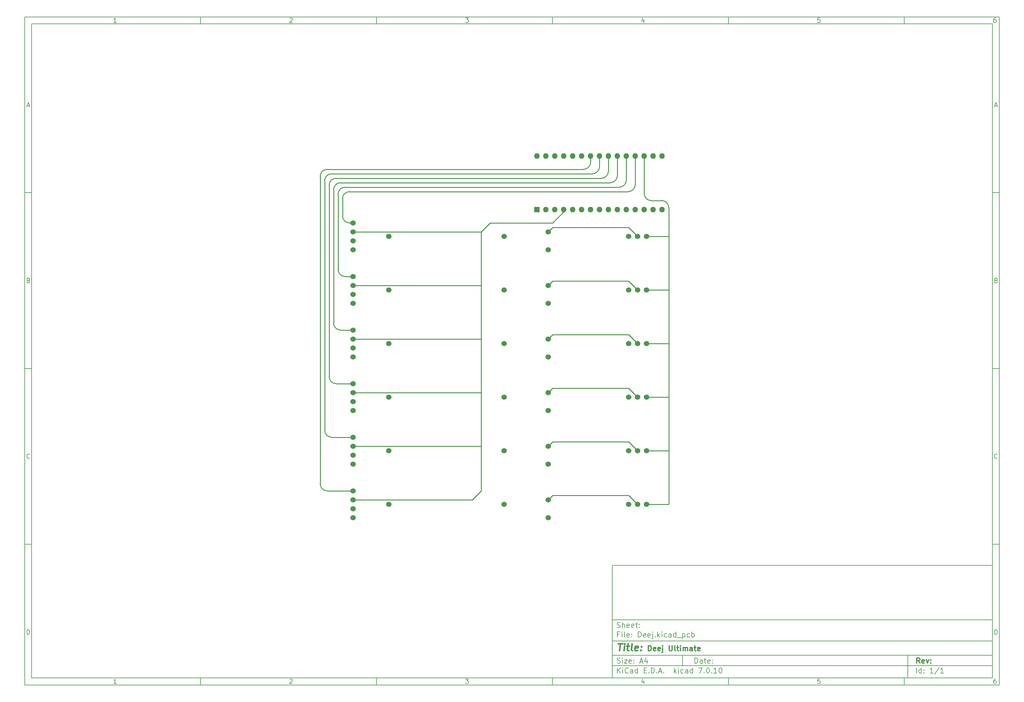
<source format=gbr>
%TF.GenerationSoftware,KiCad,Pcbnew,7.0.10*%
%TF.CreationDate,2024-01-20T21:13:39+08:00*%
%TF.ProjectId,Deej,4465656a-2e6b-4696-9361-645f70636258,rev?*%
%TF.SameCoordinates,Original*%
%TF.FileFunction,Copper,L1,Top*%
%TF.FilePolarity,Positive*%
%FSLAX46Y46*%
G04 Gerber Fmt 4.6, Leading zero omitted, Abs format (unit mm)*
G04 Created by KiCad (PCBNEW 7.0.10) date 2024-01-20 21:13:39*
%MOMM*%
%LPD*%
G01*
G04 APERTURE LIST*
%ADD10C,0.100000*%
%ADD11C,0.150000*%
%ADD12C,0.300000*%
%ADD13C,0.400000*%
%TA.AperFunction,NonConductor*%
%ADD14C,0.300000*%
%TD*%
%TA.AperFunction,ComponentPad*%
%ADD15C,1.524000*%
%TD*%
%TA.AperFunction,ComponentPad*%
%ADD16R,1.600000X1.600000*%
%TD*%
%TA.AperFunction,ComponentPad*%
%ADD17O,1.600000X1.600000*%
%TD*%
%TA.AperFunction,Conductor*%
%ADD18C,0.250000*%
%TD*%
G04 APERTURE END LIST*
D10*
D11*
X177002200Y-166007200D02*
X285002200Y-166007200D01*
X285002200Y-198007200D01*
X177002200Y-198007200D01*
X177002200Y-166007200D01*
D10*
D11*
X10000000Y-10000000D02*
X287002200Y-10000000D01*
X287002200Y-200007200D01*
X10000000Y-200007200D01*
X10000000Y-10000000D01*
D10*
D11*
X12000000Y-12000000D02*
X285002200Y-12000000D01*
X285002200Y-198007200D01*
X12000000Y-198007200D01*
X12000000Y-12000000D01*
D10*
D11*
X60000000Y-12000000D02*
X60000000Y-10000000D01*
D10*
D11*
X110000000Y-12000000D02*
X110000000Y-10000000D01*
D10*
D11*
X160000000Y-12000000D02*
X160000000Y-10000000D01*
D10*
D11*
X210000000Y-12000000D02*
X210000000Y-10000000D01*
D10*
D11*
X260000000Y-12000000D02*
X260000000Y-10000000D01*
D10*
D11*
X36089160Y-11593604D02*
X35346303Y-11593604D01*
X35717731Y-11593604D02*
X35717731Y-10293604D01*
X35717731Y-10293604D02*
X35593922Y-10479319D01*
X35593922Y-10479319D02*
X35470112Y-10603128D01*
X35470112Y-10603128D02*
X35346303Y-10665033D01*
D10*
D11*
X85346303Y-10417414D02*
X85408207Y-10355509D01*
X85408207Y-10355509D02*
X85532017Y-10293604D01*
X85532017Y-10293604D02*
X85841541Y-10293604D01*
X85841541Y-10293604D02*
X85965350Y-10355509D01*
X85965350Y-10355509D02*
X86027255Y-10417414D01*
X86027255Y-10417414D02*
X86089160Y-10541223D01*
X86089160Y-10541223D02*
X86089160Y-10665033D01*
X86089160Y-10665033D02*
X86027255Y-10850747D01*
X86027255Y-10850747D02*
X85284398Y-11593604D01*
X85284398Y-11593604D02*
X86089160Y-11593604D01*
D10*
D11*
X135284398Y-10293604D02*
X136089160Y-10293604D01*
X136089160Y-10293604D02*
X135655826Y-10788842D01*
X135655826Y-10788842D02*
X135841541Y-10788842D01*
X135841541Y-10788842D02*
X135965350Y-10850747D01*
X135965350Y-10850747D02*
X136027255Y-10912652D01*
X136027255Y-10912652D02*
X136089160Y-11036461D01*
X136089160Y-11036461D02*
X136089160Y-11345985D01*
X136089160Y-11345985D02*
X136027255Y-11469795D01*
X136027255Y-11469795D02*
X135965350Y-11531700D01*
X135965350Y-11531700D02*
X135841541Y-11593604D01*
X135841541Y-11593604D02*
X135470112Y-11593604D01*
X135470112Y-11593604D02*
X135346303Y-11531700D01*
X135346303Y-11531700D02*
X135284398Y-11469795D01*
D10*
D11*
X185965350Y-10726938D02*
X185965350Y-11593604D01*
X185655826Y-10231700D02*
X185346303Y-11160271D01*
X185346303Y-11160271D02*
X186151064Y-11160271D01*
D10*
D11*
X236027255Y-10293604D02*
X235408207Y-10293604D01*
X235408207Y-10293604D02*
X235346303Y-10912652D01*
X235346303Y-10912652D02*
X235408207Y-10850747D01*
X235408207Y-10850747D02*
X235532017Y-10788842D01*
X235532017Y-10788842D02*
X235841541Y-10788842D01*
X235841541Y-10788842D02*
X235965350Y-10850747D01*
X235965350Y-10850747D02*
X236027255Y-10912652D01*
X236027255Y-10912652D02*
X236089160Y-11036461D01*
X236089160Y-11036461D02*
X236089160Y-11345985D01*
X236089160Y-11345985D02*
X236027255Y-11469795D01*
X236027255Y-11469795D02*
X235965350Y-11531700D01*
X235965350Y-11531700D02*
X235841541Y-11593604D01*
X235841541Y-11593604D02*
X235532017Y-11593604D01*
X235532017Y-11593604D02*
X235408207Y-11531700D01*
X235408207Y-11531700D02*
X235346303Y-11469795D01*
D10*
D11*
X285965350Y-10293604D02*
X285717731Y-10293604D01*
X285717731Y-10293604D02*
X285593922Y-10355509D01*
X285593922Y-10355509D02*
X285532017Y-10417414D01*
X285532017Y-10417414D02*
X285408207Y-10603128D01*
X285408207Y-10603128D02*
X285346303Y-10850747D01*
X285346303Y-10850747D02*
X285346303Y-11345985D01*
X285346303Y-11345985D02*
X285408207Y-11469795D01*
X285408207Y-11469795D02*
X285470112Y-11531700D01*
X285470112Y-11531700D02*
X285593922Y-11593604D01*
X285593922Y-11593604D02*
X285841541Y-11593604D01*
X285841541Y-11593604D02*
X285965350Y-11531700D01*
X285965350Y-11531700D02*
X286027255Y-11469795D01*
X286027255Y-11469795D02*
X286089160Y-11345985D01*
X286089160Y-11345985D02*
X286089160Y-11036461D01*
X286089160Y-11036461D02*
X286027255Y-10912652D01*
X286027255Y-10912652D02*
X285965350Y-10850747D01*
X285965350Y-10850747D02*
X285841541Y-10788842D01*
X285841541Y-10788842D02*
X285593922Y-10788842D01*
X285593922Y-10788842D02*
X285470112Y-10850747D01*
X285470112Y-10850747D02*
X285408207Y-10912652D01*
X285408207Y-10912652D02*
X285346303Y-11036461D01*
D10*
D11*
X60000000Y-198007200D02*
X60000000Y-200007200D01*
D10*
D11*
X110000000Y-198007200D02*
X110000000Y-200007200D01*
D10*
D11*
X160000000Y-198007200D02*
X160000000Y-200007200D01*
D10*
D11*
X210000000Y-198007200D02*
X210000000Y-200007200D01*
D10*
D11*
X260000000Y-198007200D02*
X260000000Y-200007200D01*
D10*
D11*
X36089160Y-199600804D02*
X35346303Y-199600804D01*
X35717731Y-199600804D02*
X35717731Y-198300804D01*
X35717731Y-198300804D02*
X35593922Y-198486519D01*
X35593922Y-198486519D02*
X35470112Y-198610328D01*
X35470112Y-198610328D02*
X35346303Y-198672233D01*
D10*
D11*
X85346303Y-198424614D02*
X85408207Y-198362709D01*
X85408207Y-198362709D02*
X85532017Y-198300804D01*
X85532017Y-198300804D02*
X85841541Y-198300804D01*
X85841541Y-198300804D02*
X85965350Y-198362709D01*
X85965350Y-198362709D02*
X86027255Y-198424614D01*
X86027255Y-198424614D02*
X86089160Y-198548423D01*
X86089160Y-198548423D02*
X86089160Y-198672233D01*
X86089160Y-198672233D02*
X86027255Y-198857947D01*
X86027255Y-198857947D02*
X85284398Y-199600804D01*
X85284398Y-199600804D02*
X86089160Y-199600804D01*
D10*
D11*
X135284398Y-198300804D02*
X136089160Y-198300804D01*
X136089160Y-198300804D02*
X135655826Y-198796042D01*
X135655826Y-198796042D02*
X135841541Y-198796042D01*
X135841541Y-198796042D02*
X135965350Y-198857947D01*
X135965350Y-198857947D02*
X136027255Y-198919852D01*
X136027255Y-198919852D02*
X136089160Y-199043661D01*
X136089160Y-199043661D02*
X136089160Y-199353185D01*
X136089160Y-199353185D02*
X136027255Y-199476995D01*
X136027255Y-199476995D02*
X135965350Y-199538900D01*
X135965350Y-199538900D02*
X135841541Y-199600804D01*
X135841541Y-199600804D02*
X135470112Y-199600804D01*
X135470112Y-199600804D02*
X135346303Y-199538900D01*
X135346303Y-199538900D02*
X135284398Y-199476995D01*
D10*
D11*
X185965350Y-198734138D02*
X185965350Y-199600804D01*
X185655826Y-198238900D02*
X185346303Y-199167471D01*
X185346303Y-199167471D02*
X186151064Y-199167471D01*
D10*
D11*
X236027255Y-198300804D02*
X235408207Y-198300804D01*
X235408207Y-198300804D02*
X235346303Y-198919852D01*
X235346303Y-198919852D02*
X235408207Y-198857947D01*
X235408207Y-198857947D02*
X235532017Y-198796042D01*
X235532017Y-198796042D02*
X235841541Y-198796042D01*
X235841541Y-198796042D02*
X235965350Y-198857947D01*
X235965350Y-198857947D02*
X236027255Y-198919852D01*
X236027255Y-198919852D02*
X236089160Y-199043661D01*
X236089160Y-199043661D02*
X236089160Y-199353185D01*
X236089160Y-199353185D02*
X236027255Y-199476995D01*
X236027255Y-199476995D02*
X235965350Y-199538900D01*
X235965350Y-199538900D02*
X235841541Y-199600804D01*
X235841541Y-199600804D02*
X235532017Y-199600804D01*
X235532017Y-199600804D02*
X235408207Y-199538900D01*
X235408207Y-199538900D02*
X235346303Y-199476995D01*
D10*
D11*
X285965350Y-198300804D02*
X285717731Y-198300804D01*
X285717731Y-198300804D02*
X285593922Y-198362709D01*
X285593922Y-198362709D02*
X285532017Y-198424614D01*
X285532017Y-198424614D02*
X285408207Y-198610328D01*
X285408207Y-198610328D02*
X285346303Y-198857947D01*
X285346303Y-198857947D02*
X285346303Y-199353185D01*
X285346303Y-199353185D02*
X285408207Y-199476995D01*
X285408207Y-199476995D02*
X285470112Y-199538900D01*
X285470112Y-199538900D02*
X285593922Y-199600804D01*
X285593922Y-199600804D02*
X285841541Y-199600804D01*
X285841541Y-199600804D02*
X285965350Y-199538900D01*
X285965350Y-199538900D02*
X286027255Y-199476995D01*
X286027255Y-199476995D02*
X286089160Y-199353185D01*
X286089160Y-199353185D02*
X286089160Y-199043661D01*
X286089160Y-199043661D02*
X286027255Y-198919852D01*
X286027255Y-198919852D02*
X285965350Y-198857947D01*
X285965350Y-198857947D02*
X285841541Y-198796042D01*
X285841541Y-198796042D02*
X285593922Y-198796042D01*
X285593922Y-198796042D02*
X285470112Y-198857947D01*
X285470112Y-198857947D02*
X285408207Y-198919852D01*
X285408207Y-198919852D02*
X285346303Y-199043661D01*
D10*
D11*
X10000000Y-60000000D02*
X12000000Y-60000000D01*
D10*
D11*
X10000000Y-110000000D02*
X12000000Y-110000000D01*
D10*
D11*
X10000000Y-160000000D02*
X12000000Y-160000000D01*
D10*
D11*
X10690476Y-35222176D02*
X11309523Y-35222176D01*
X10566666Y-35593604D02*
X10999999Y-34293604D01*
X10999999Y-34293604D02*
X11433333Y-35593604D01*
D10*
D11*
X11092857Y-84912652D02*
X11278571Y-84974557D01*
X11278571Y-84974557D02*
X11340476Y-85036461D01*
X11340476Y-85036461D02*
X11402380Y-85160271D01*
X11402380Y-85160271D02*
X11402380Y-85345985D01*
X11402380Y-85345985D02*
X11340476Y-85469795D01*
X11340476Y-85469795D02*
X11278571Y-85531700D01*
X11278571Y-85531700D02*
X11154761Y-85593604D01*
X11154761Y-85593604D02*
X10659523Y-85593604D01*
X10659523Y-85593604D02*
X10659523Y-84293604D01*
X10659523Y-84293604D02*
X11092857Y-84293604D01*
X11092857Y-84293604D02*
X11216666Y-84355509D01*
X11216666Y-84355509D02*
X11278571Y-84417414D01*
X11278571Y-84417414D02*
X11340476Y-84541223D01*
X11340476Y-84541223D02*
X11340476Y-84665033D01*
X11340476Y-84665033D02*
X11278571Y-84788842D01*
X11278571Y-84788842D02*
X11216666Y-84850747D01*
X11216666Y-84850747D02*
X11092857Y-84912652D01*
X11092857Y-84912652D02*
X10659523Y-84912652D01*
D10*
D11*
X11402380Y-135469795D02*
X11340476Y-135531700D01*
X11340476Y-135531700D02*
X11154761Y-135593604D01*
X11154761Y-135593604D02*
X11030952Y-135593604D01*
X11030952Y-135593604D02*
X10845238Y-135531700D01*
X10845238Y-135531700D02*
X10721428Y-135407890D01*
X10721428Y-135407890D02*
X10659523Y-135284080D01*
X10659523Y-135284080D02*
X10597619Y-135036461D01*
X10597619Y-135036461D02*
X10597619Y-134850747D01*
X10597619Y-134850747D02*
X10659523Y-134603128D01*
X10659523Y-134603128D02*
X10721428Y-134479319D01*
X10721428Y-134479319D02*
X10845238Y-134355509D01*
X10845238Y-134355509D02*
X11030952Y-134293604D01*
X11030952Y-134293604D02*
X11154761Y-134293604D01*
X11154761Y-134293604D02*
X11340476Y-134355509D01*
X11340476Y-134355509D02*
X11402380Y-134417414D01*
D10*
D11*
X10659523Y-185593604D02*
X10659523Y-184293604D01*
X10659523Y-184293604D02*
X10969047Y-184293604D01*
X10969047Y-184293604D02*
X11154761Y-184355509D01*
X11154761Y-184355509D02*
X11278571Y-184479319D01*
X11278571Y-184479319D02*
X11340476Y-184603128D01*
X11340476Y-184603128D02*
X11402380Y-184850747D01*
X11402380Y-184850747D02*
X11402380Y-185036461D01*
X11402380Y-185036461D02*
X11340476Y-185284080D01*
X11340476Y-185284080D02*
X11278571Y-185407890D01*
X11278571Y-185407890D02*
X11154761Y-185531700D01*
X11154761Y-185531700D02*
X10969047Y-185593604D01*
X10969047Y-185593604D02*
X10659523Y-185593604D01*
D10*
D11*
X287002200Y-60000000D02*
X285002200Y-60000000D01*
D10*
D11*
X287002200Y-110000000D02*
X285002200Y-110000000D01*
D10*
D11*
X287002200Y-160000000D02*
X285002200Y-160000000D01*
D10*
D11*
X285692676Y-35222176D02*
X286311723Y-35222176D01*
X285568866Y-35593604D02*
X286002199Y-34293604D01*
X286002199Y-34293604D02*
X286435533Y-35593604D01*
D10*
D11*
X286095057Y-84912652D02*
X286280771Y-84974557D01*
X286280771Y-84974557D02*
X286342676Y-85036461D01*
X286342676Y-85036461D02*
X286404580Y-85160271D01*
X286404580Y-85160271D02*
X286404580Y-85345985D01*
X286404580Y-85345985D02*
X286342676Y-85469795D01*
X286342676Y-85469795D02*
X286280771Y-85531700D01*
X286280771Y-85531700D02*
X286156961Y-85593604D01*
X286156961Y-85593604D02*
X285661723Y-85593604D01*
X285661723Y-85593604D02*
X285661723Y-84293604D01*
X285661723Y-84293604D02*
X286095057Y-84293604D01*
X286095057Y-84293604D02*
X286218866Y-84355509D01*
X286218866Y-84355509D02*
X286280771Y-84417414D01*
X286280771Y-84417414D02*
X286342676Y-84541223D01*
X286342676Y-84541223D02*
X286342676Y-84665033D01*
X286342676Y-84665033D02*
X286280771Y-84788842D01*
X286280771Y-84788842D02*
X286218866Y-84850747D01*
X286218866Y-84850747D02*
X286095057Y-84912652D01*
X286095057Y-84912652D02*
X285661723Y-84912652D01*
D10*
D11*
X286404580Y-135469795D02*
X286342676Y-135531700D01*
X286342676Y-135531700D02*
X286156961Y-135593604D01*
X286156961Y-135593604D02*
X286033152Y-135593604D01*
X286033152Y-135593604D02*
X285847438Y-135531700D01*
X285847438Y-135531700D02*
X285723628Y-135407890D01*
X285723628Y-135407890D02*
X285661723Y-135284080D01*
X285661723Y-135284080D02*
X285599819Y-135036461D01*
X285599819Y-135036461D02*
X285599819Y-134850747D01*
X285599819Y-134850747D02*
X285661723Y-134603128D01*
X285661723Y-134603128D02*
X285723628Y-134479319D01*
X285723628Y-134479319D02*
X285847438Y-134355509D01*
X285847438Y-134355509D02*
X286033152Y-134293604D01*
X286033152Y-134293604D02*
X286156961Y-134293604D01*
X286156961Y-134293604D02*
X286342676Y-134355509D01*
X286342676Y-134355509D02*
X286404580Y-134417414D01*
D10*
D11*
X285661723Y-185593604D02*
X285661723Y-184293604D01*
X285661723Y-184293604D02*
X285971247Y-184293604D01*
X285971247Y-184293604D02*
X286156961Y-184355509D01*
X286156961Y-184355509D02*
X286280771Y-184479319D01*
X286280771Y-184479319D02*
X286342676Y-184603128D01*
X286342676Y-184603128D02*
X286404580Y-184850747D01*
X286404580Y-184850747D02*
X286404580Y-185036461D01*
X286404580Y-185036461D02*
X286342676Y-185284080D01*
X286342676Y-185284080D02*
X286280771Y-185407890D01*
X286280771Y-185407890D02*
X286156961Y-185531700D01*
X286156961Y-185531700D02*
X285971247Y-185593604D01*
X285971247Y-185593604D02*
X285661723Y-185593604D01*
D10*
D11*
X200458026Y-193793328D02*
X200458026Y-192293328D01*
X200458026Y-192293328D02*
X200815169Y-192293328D01*
X200815169Y-192293328D02*
X201029455Y-192364757D01*
X201029455Y-192364757D02*
X201172312Y-192507614D01*
X201172312Y-192507614D02*
X201243741Y-192650471D01*
X201243741Y-192650471D02*
X201315169Y-192936185D01*
X201315169Y-192936185D02*
X201315169Y-193150471D01*
X201315169Y-193150471D02*
X201243741Y-193436185D01*
X201243741Y-193436185D02*
X201172312Y-193579042D01*
X201172312Y-193579042D02*
X201029455Y-193721900D01*
X201029455Y-193721900D02*
X200815169Y-193793328D01*
X200815169Y-193793328D02*
X200458026Y-193793328D01*
X202600884Y-193793328D02*
X202600884Y-193007614D01*
X202600884Y-193007614D02*
X202529455Y-192864757D01*
X202529455Y-192864757D02*
X202386598Y-192793328D01*
X202386598Y-192793328D02*
X202100884Y-192793328D01*
X202100884Y-192793328D02*
X201958026Y-192864757D01*
X202600884Y-193721900D02*
X202458026Y-193793328D01*
X202458026Y-193793328D02*
X202100884Y-193793328D01*
X202100884Y-193793328D02*
X201958026Y-193721900D01*
X201958026Y-193721900D02*
X201886598Y-193579042D01*
X201886598Y-193579042D02*
X201886598Y-193436185D01*
X201886598Y-193436185D02*
X201958026Y-193293328D01*
X201958026Y-193293328D02*
X202100884Y-193221900D01*
X202100884Y-193221900D02*
X202458026Y-193221900D01*
X202458026Y-193221900D02*
X202600884Y-193150471D01*
X203100884Y-192793328D02*
X203672312Y-192793328D01*
X203315169Y-192293328D02*
X203315169Y-193579042D01*
X203315169Y-193579042D02*
X203386598Y-193721900D01*
X203386598Y-193721900D02*
X203529455Y-193793328D01*
X203529455Y-193793328D02*
X203672312Y-193793328D01*
X204743741Y-193721900D02*
X204600884Y-193793328D01*
X204600884Y-193793328D02*
X204315170Y-193793328D01*
X204315170Y-193793328D02*
X204172312Y-193721900D01*
X204172312Y-193721900D02*
X204100884Y-193579042D01*
X204100884Y-193579042D02*
X204100884Y-193007614D01*
X204100884Y-193007614D02*
X204172312Y-192864757D01*
X204172312Y-192864757D02*
X204315170Y-192793328D01*
X204315170Y-192793328D02*
X204600884Y-192793328D01*
X204600884Y-192793328D02*
X204743741Y-192864757D01*
X204743741Y-192864757D02*
X204815170Y-193007614D01*
X204815170Y-193007614D02*
X204815170Y-193150471D01*
X204815170Y-193150471D02*
X204100884Y-193293328D01*
X205458026Y-193650471D02*
X205529455Y-193721900D01*
X205529455Y-193721900D02*
X205458026Y-193793328D01*
X205458026Y-193793328D02*
X205386598Y-193721900D01*
X205386598Y-193721900D02*
X205458026Y-193650471D01*
X205458026Y-193650471D02*
X205458026Y-193793328D01*
X205458026Y-192864757D02*
X205529455Y-192936185D01*
X205529455Y-192936185D02*
X205458026Y-193007614D01*
X205458026Y-193007614D02*
X205386598Y-192936185D01*
X205386598Y-192936185D02*
X205458026Y-192864757D01*
X205458026Y-192864757D02*
X205458026Y-193007614D01*
D10*
D11*
X177002200Y-194507200D02*
X285002200Y-194507200D01*
D10*
D11*
X178458026Y-196593328D02*
X178458026Y-195093328D01*
X179315169Y-196593328D02*
X178672312Y-195736185D01*
X179315169Y-195093328D02*
X178458026Y-195950471D01*
X179958026Y-196593328D02*
X179958026Y-195593328D01*
X179958026Y-195093328D02*
X179886598Y-195164757D01*
X179886598Y-195164757D02*
X179958026Y-195236185D01*
X179958026Y-195236185D02*
X180029455Y-195164757D01*
X180029455Y-195164757D02*
X179958026Y-195093328D01*
X179958026Y-195093328D02*
X179958026Y-195236185D01*
X181529455Y-196450471D02*
X181458027Y-196521900D01*
X181458027Y-196521900D02*
X181243741Y-196593328D01*
X181243741Y-196593328D02*
X181100884Y-196593328D01*
X181100884Y-196593328D02*
X180886598Y-196521900D01*
X180886598Y-196521900D02*
X180743741Y-196379042D01*
X180743741Y-196379042D02*
X180672312Y-196236185D01*
X180672312Y-196236185D02*
X180600884Y-195950471D01*
X180600884Y-195950471D02*
X180600884Y-195736185D01*
X180600884Y-195736185D02*
X180672312Y-195450471D01*
X180672312Y-195450471D02*
X180743741Y-195307614D01*
X180743741Y-195307614D02*
X180886598Y-195164757D01*
X180886598Y-195164757D02*
X181100884Y-195093328D01*
X181100884Y-195093328D02*
X181243741Y-195093328D01*
X181243741Y-195093328D02*
X181458027Y-195164757D01*
X181458027Y-195164757D02*
X181529455Y-195236185D01*
X182815170Y-196593328D02*
X182815170Y-195807614D01*
X182815170Y-195807614D02*
X182743741Y-195664757D01*
X182743741Y-195664757D02*
X182600884Y-195593328D01*
X182600884Y-195593328D02*
X182315170Y-195593328D01*
X182315170Y-195593328D02*
X182172312Y-195664757D01*
X182815170Y-196521900D02*
X182672312Y-196593328D01*
X182672312Y-196593328D02*
X182315170Y-196593328D01*
X182315170Y-196593328D02*
X182172312Y-196521900D01*
X182172312Y-196521900D02*
X182100884Y-196379042D01*
X182100884Y-196379042D02*
X182100884Y-196236185D01*
X182100884Y-196236185D02*
X182172312Y-196093328D01*
X182172312Y-196093328D02*
X182315170Y-196021900D01*
X182315170Y-196021900D02*
X182672312Y-196021900D01*
X182672312Y-196021900D02*
X182815170Y-195950471D01*
X184172313Y-196593328D02*
X184172313Y-195093328D01*
X184172313Y-196521900D02*
X184029455Y-196593328D01*
X184029455Y-196593328D02*
X183743741Y-196593328D01*
X183743741Y-196593328D02*
X183600884Y-196521900D01*
X183600884Y-196521900D02*
X183529455Y-196450471D01*
X183529455Y-196450471D02*
X183458027Y-196307614D01*
X183458027Y-196307614D02*
X183458027Y-195879042D01*
X183458027Y-195879042D02*
X183529455Y-195736185D01*
X183529455Y-195736185D02*
X183600884Y-195664757D01*
X183600884Y-195664757D02*
X183743741Y-195593328D01*
X183743741Y-195593328D02*
X184029455Y-195593328D01*
X184029455Y-195593328D02*
X184172313Y-195664757D01*
X186029455Y-195807614D02*
X186529455Y-195807614D01*
X186743741Y-196593328D02*
X186029455Y-196593328D01*
X186029455Y-196593328D02*
X186029455Y-195093328D01*
X186029455Y-195093328D02*
X186743741Y-195093328D01*
X187386598Y-196450471D02*
X187458027Y-196521900D01*
X187458027Y-196521900D02*
X187386598Y-196593328D01*
X187386598Y-196593328D02*
X187315170Y-196521900D01*
X187315170Y-196521900D02*
X187386598Y-196450471D01*
X187386598Y-196450471D02*
X187386598Y-196593328D01*
X188100884Y-196593328D02*
X188100884Y-195093328D01*
X188100884Y-195093328D02*
X188458027Y-195093328D01*
X188458027Y-195093328D02*
X188672313Y-195164757D01*
X188672313Y-195164757D02*
X188815170Y-195307614D01*
X188815170Y-195307614D02*
X188886599Y-195450471D01*
X188886599Y-195450471D02*
X188958027Y-195736185D01*
X188958027Y-195736185D02*
X188958027Y-195950471D01*
X188958027Y-195950471D02*
X188886599Y-196236185D01*
X188886599Y-196236185D02*
X188815170Y-196379042D01*
X188815170Y-196379042D02*
X188672313Y-196521900D01*
X188672313Y-196521900D02*
X188458027Y-196593328D01*
X188458027Y-196593328D02*
X188100884Y-196593328D01*
X189600884Y-196450471D02*
X189672313Y-196521900D01*
X189672313Y-196521900D02*
X189600884Y-196593328D01*
X189600884Y-196593328D02*
X189529456Y-196521900D01*
X189529456Y-196521900D02*
X189600884Y-196450471D01*
X189600884Y-196450471D02*
X189600884Y-196593328D01*
X190243742Y-196164757D02*
X190958028Y-196164757D01*
X190100885Y-196593328D02*
X190600885Y-195093328D01*
X190600885Y-195093328D02*
X191100885Y-196593328D01*
X191600884Y-196450471D02*
X191672313Y-196521900D01*
X191672313Y-196521900D02*
X191600884Y-196593328D01*
X191600884Y-196593328D02*
X191529456Y-196521900D01*
X191529456Y-196521900D02*
X191600884Y-196450471D01*
X191600884Y-196450471D02*
X191600884Y-196593328D01*
X194600884Y-196593328D02*
X194600884Y-195093328D01*
X194743742Y-196021900D02*
X195172313Y-196593328D01*
X195172313Y-195593328D02*
X194600884Y-196164757D01*
X195815170Y-196593328D02*
X195815170Y-195593328D01*
X195815170Y-195093328D02*
X195743742Y-195164757D01*
X195743742Y-195164757D02*
X195815170Y-195236185D01*
X195815170Y-195236185D02*
X195886599Y-195164757D01*
X195886599Y-195164757D02*
X195815170Y-195093328D01*
X195815170Y-195093328D02*
X195815170Y-195236185D01*
X197172314Y-196521900D02*
X197029456Y-196593328D01*
X197029456Y-196593328D02*
X196743742Y-196593328D01*
X196743742Y-196593328D02*
X196600885Y-196521900D01*
X196600885Y-196521900D02*
X196529456Y-196450471D01*
X196529456Y-196450471D02*
X196458028Y-196307614D01*
X196458028Y-196307614D02*
X196458028Y-195879042D01*
X196458028Y-195879042D02*
X196529456Y-195736185D01*
X196529456Y-195736185D02*
X196600885Y-195664757D01*
X196600885Y-195664757D02*
X196743742Y-195593328D01*
X196743742Y-195593328D02*
X197029456Y-195593328D01*
X197029456Y-195593328D02*
X197172314Y-195664757D01*
X198458028Y-196593328D02*
X198458028Y-195807614D01*
X198458028Y-195807614D02*
X198386599Y-195664757D01*
X198386599Y-195664757D02*
X198243742Y-195593328D01*
X198243742Y-195593328D02*
X197958028Y-195593328D01*
X197958028Y-195593328D02*
X197815170Y-195664757D01*
X198458028Y-196521900D02*
X198315170Y-196593328D01*
X198315170Y-196593328D02*
X197958028Y-196593328D01*
X197958028Y-196593328D02*
X197815170Y-196521900D01*
X197815170Y-196521900D02*
X197743742Y-196379042D01*
X197743742Y-196379042D02*
X197743742Y-196236185D01*
X197743742Y-196236185D02*
X197815170Y-196093328D01*
X197815170Y-196093328D02*
X197958028Y-196021900D01*
X197958028Y-196021900D02*
X198315170Y-196021900D01*
X198315170Y-196021900D02*
X198458028Y-195950471D01*
X199815171Y-196593328D02*
X199815171Y-195093328D01*
X199815171Y-196521900D02*
X199672313Y-196593328D01*
X199672313Y-196593328D02*
X199386599Y-196593328D01*
X199386599Y-196593328D02*
X199243742Y-196521900D01*
X199243742Y-196521900D02*
X199172313Y-196450471D01*
X199172313Y-196450471D02*
X199100885Y-196307614D01*
X199100885Y-196307614D02*
X199100885Y-195879042D01*
X199100885Y-195879042D02*
X199172313Y-195736185D01*
X199172313Y-195736185D02*
X199243742Y-195664757D01*
X199243742Y-195664757D02*
X199386599Y-195593328D01*
X199386599Y-195593328D02*
X199672313Y-195593328D01*
X199672313Y-195593328D02*
X199815171Y-195664757D01*
X201529456Y-195093328D02*
X202529456Y-195093328D01*
X202529456Y-195093328D02*
X201886599Y-196593328D01*
X203100884Y-196450471D02*
X203172313Y-196521900D01*
X203172313Y-196521900D02*
X203100884Y-196593328D01*
X203100884Y-196593328D02*
X203029456Y-196521900D01*
X203029456Y-196521900D02*
X203100884Y-196450471D01*
X203100884Y-196450471D02*
X203100884Y-196593328D01*
X204100885Y-195093328D02*
X204243742Y-195093328D01*
X204243742Y-195093328D02*
X204386599Y-195164757D01*
X204386599Y-195164757D02*
X204458028Y-195236185D01*
X204458028Y-195236185D02*
X204529456Y-195379042D01*
X204529456Y-195379042D02*
X204600885Y-195664757D01*
X204600885Y-195664757D02*
X204600885Y-196021900D01*
X204600885Y-196021900D02*
X204529456Y-196307614D01*
X204529456Y-196307614D02*
X204458028Y-196450471D01*
X204458028Y-196450471D02*
X204386599Y-196521900D01*
X204386599Y-196521900D02*
X204243742Y-196593328D01*
X204243742Y-196593328D02*
X204100885Y-196593328D01*
X204100885Y-196593328D02*
X203958028Y-196521900D01*
X203958028Y-196521900D02*
X203886599Y-196450471D01*
X203886599Y-196450471D02*
X203815170Y-196307614D01*
X203815170Y-196307614D02*
X203743742Y-196021900D01*
X203743742Y-196021900D02*
X203743742Y-195664757D01*
X203743742Y-195664757D02*
X203815170Y-195379042D01*
X203815170Y-195379042D02*
X203886599Y-195236185D01*
X203886599Y-195236185D02*
X203958028Y-195164757D01*
X203958028Y-195164757D02*
X204100885Y-195093328D01*
X205243741Y-196450471D02*
X205315170Y-196521900D01*
X205315170Y-196521900D02*
X205243741Y-196593328D01*
X205243741Y-196593328D02*
X205172313Y-196521900D01*
X205172313Y-196521900D02*
X205243741Y-196450471D01*
X205243741Y-196450471D02*
X205243741Y-196593328D01*
X206743742Y-196593328D02*
X205886599Y-196593328D01*
X206315170Y-196593328D02*
X206315170Y-195093328D01*
X206315170Y-195093328D02*
X206172313Y-195307614D01*
X206172313Y-195307614D02*
X206029456Y-195450471D01*
X206029456Y-195450471D02*
X205886599Y-195521900D01*
X207672313Y-195093328D02*
X207815170Y-195093328D01*
X207815170Y-195093328D02*
X207958027Y-195164757D01*
X207958027Y-195164757D02*
X208029456Y-195236185D01*
X208029456Y-195236185D02*
X208100884Y-195379042D01*
X208100884Y-195379042D02*
X208172313Y-195664757D01*
X208172313Y-195664757D02*
X208172313Y-196021900D01*
X208172313Y-196021900D02*
X208100884Y-196307614D01*
X208100884Y-196307614D02*
X208029456Y-196450471D01*
X208029456Y-196450471D02*
X207958027Y-196521900D01*
X207958027Y-196521900D02*
X207815170Y-196593328D01*
X207815170Y-196593328D02*
X207672313Y-196593328D01*
X207672313Y-196593328D02*
X207529456Y-196521900D01*
X207529456Y-196521900D02*
X207458027Y-196450471D01*
X207458027Y-196450471D02*
X207386598Y-196307614D01*
X207386598Y-196307614D02*
X207315170Y-196021900D01*
X207315170Y-196021900D02*
X207315170Y-195664757D01*
X207315170Y-195664757D02*
X207386598Y-195379042D01*
X207386598Y-195379042D02*
X207458027Y-195236185D01*
X207458027Y-195236185D02*
X207529456Y-195164757D01*
X207529456Y-195164757D02*
X207672313Y-195093328D01*
D10*
D11*
X177002200Y-191507200D02*
X285002200Y-191507200D01*
D10*
D12*
X264413853Y-193785528D02*
X263913853Y-193071242D01*
X263556710Y-193785528D02*
X263556710Y-192285528D01*
X263556710Y-192285528D02*
X264128139Y-192285528D01*
X264128139Y-192285528D02*
X264270996Y-192356957D01*
X264270996Y-192356957D02*
X264342425Y-192428385D01*
X264342425Y-192428385D02*
X264413853Y-192571242D01*
X264413853Y-192571242D02*
X264413853Y-192785528D01*
X264413853Y-192785528D02*
X264342425Y-192928385D01*
X264342425Y-192928385D02*
X264270996Y-192999814D01*
X264270996Y-192999814D02*
X264128139Y-193071242D01*
X264128139Y-193071242D02*
X263556710Y-193071242D01*
X265628139Y-193714100D02*
X265485282Y-193785528D01*
X265485282Y-193785528D02*
X265199568Y-193785528D01*
X265199568Y-193785528D02*
X265056710Y-193714100D01*
X265056710Y-193714100D02*
X264985282Y-193571242D01*
X264985282Y-193571242D02*
X264985282Y-192999814D01*
X264985282Y-192999814D02*
X265056710Y-192856957D01*
X265056710Y-192856957D02*
X265199568Y-192785528D01*
X265199568Y-192785528D02*
X265485282Y-192785528D01*
X265485282Y-192785528D02*
X265628139Y-192856957D01*
X265628139Y-192856957D02*
X265699568Y-192999814D01*
X265699568Y-192999814D02*
X265699568Y-193142671D01*
X265699568Y-193142671D02*
X264985282Y-193285528D01*
X266199567Y-192785528D02*
X266556710Y-193785528D01*
X266556710Y-193785528D02*
X266913853Y-192785528D01*
X267485281Y-193642671D02*
X267556710Y-193714100D01*
X267556710Y-193714100D02*
X267485281Y-193785528D01*
X267485281Y-193785528D02*
X267413853Y-193714100D01*
X267413853Y-193714100D02*
X267485281Y-193642671D01*
X267485281Y-193642671D02*
X267485281Y-193785528D01*
X267485281Y-192856957D02*
X267556710Y-192928385D01*
X267556710Y-192928385D02*
X267485281Y-192999814D01*
X267485281Y-192999814D02*
X267413853Y-192928385D01*
X267413853Y-192928385D02*
X267485281Y-192856957D01*
X267485281Y-192856957D02*
X267485281Y-192999814D01*
D10*
D11*
X178386598Y-193721900D02*
X178600884Y-193793328D01*
X178600884Y-193793328D02*
X178958026Y-193793328D01*
X178958026Y-193793328D02*
X179100884Y-193721900D01*
X179100884Y-193721900D02*
X179172312Y-193650471D01*
X179172312Y-193650471D02*
X179243741Y-193507614D01*
X179243741Y-193507614D02*
X179243741Y-193364757D01*
X179243741Y-193364757D02*
X179172312Y-193221900D01*
X179172312Y-193221900D02*
X179100884Y-193150471D01*
X179100884Y-193150471D02*
X178958026Y-193079042D01*
X178958026Y-193079042D02*
X178672312Y-193007614D01*
X178672312Y-193007614D02*
X178529455Y-192936185D01*
X178529455Y-192936185D02*
X178458026Y-192864757D01*
X178458026Y-192864757D02*
X178386598Y-192721900D01*
X178386598Y-192721900D02*
X178386598Y-192579042D01*
X178386598Y-192579042D02*
X178458026Y-192436185D01*
X178458026Y-192436185D02*
X178529455Y-192364757D01*
X178529455Y-192364757D02*
X178672312Y-192293328D01*
X178672312Y-192293328D02*
X179029455Y-192293328D01*
X179029455Y-192293328D02*
X179243741Y-192364757D01*
X179886597Y-193793328D02*
X179886597Y-192793328D01*
X179886597Y-192293328D02*
X179815169Y-192364757D01*
X179815169Y-192364757D02*
X179886597Y-192436185D01*
X179886597Y-192436185D02*
X179958026Y-192364757D01*
X179958026Y-192364757D02*
X179886597Y-192293328D01*
X179886597Y-192293328D02*
X179886597Y-192436185D01*
X180458026Y-192793328D02*
X181243741Y-192793328D01*
X181243741Y-192793328D02*
X180458026Y-193793328D01*
X180458026Y-193793328D02*
X181243741Y-193793328D01*
X182386598Y-193721900D02*
X182243741Y-193793328D01*
X182243741Y-193793328D02*
X181958027Y-193793328D01*
X181958027Y-193793328D02*
X181815169Y-193721900D01*
X181815169Y-193721900D02*
X181743741Y-193579042D01*
X181743741Y-193579042D02*
X181743741Y-193007614D01*
X181743741Y-193007614D02*
X181815169Y-192864757D01*
X181815169Y-192864757D02*
X181958027Y-192793328D01*
X181958027Y-192793328D02*
X182243741Y-192793328D01*
X182243741Y-192793328D02*
X182386598Y-192864757D01*
X182386598Y-192864757D02*
X182458027Y-193007614D01*
X182458027Y-193007614D02*
X182458027Y-193150471D01*
X182458027Y-193150471D02*
X181743741Y-193293328D01*
X183100883Y-193650471D02*
X183172312Y-193721900D01*
X183172312Y-193721900D02*
X183100883Y-193793328D01*
X183100883Y-193793328D02*
X183029455Y-193721900D01*
X183029455Y-193721900D02*
X183100883Y-193650471D01*
X183100883Y-193650471D02*
X183100883Y-193793328D01*
X183100883Y-192864757D02*
X183172312Y-192936185D01*
X183172312Y-192936185D02*
X183100883Y-193007614D01*
X183100883Y-193007614D02*
X183029455Y-192936185D01*
X183029455Y-192936185D02*
X183100883Y-192864757D01*
X183100883Y-192864757D02*
X183100883Y-193007614D01*
X184886598Y-193364757D02*
X185600884Y-193364757D01*
X184743741Y-193793328D02*
X185243741Y-192293328D01*
X185243741Y-192293328D02*
X185743741Y-193793328D01*
X186886598Y-192793328D02*
X186886598Y-193793328D01*
X186529455Y-192221900D02*
X186172312Y-193293328D01*
X186172312Y-193293328D02*
X187100883Y-193293328D01*
D10*
D11*
X263458026Y-196593328D02*
X263458026Y-195093328D01*
X264815170Y-196593328D02*
X264815170Y-195093328D01*
X264815170Y-196521900D02*
X264672312Y-196593328D01*
X264672312Y-196593328D02*
X264386598Y-196593328D01*
X264386598Y-196593328D02*
X264243741Y-196521900D01*
X264243741Y-196521900D02*
X264172312Y-196450471D01*
X264172312Y-196450471D02*
X264100884Y-196307614D01*
X264100884Y-196307614D02*
X264100884Y-195879042D01*
X264100884Y-195879042D02*
X264172312Y-195736185D01*
X264172312Y-195736185D02*
X264243741Y-195664757D01*
X264243741Y-195664757D02*
X264386598Y-195593328D01*
X264386598Y-195593328D02*
X264672312Y-195593328D01*
X264672312Y-195593328D02*
X264815170Y-195664757D01*
X265529455Y-196450471D02*
X265600884Y-196521900D01*
X265600884Y-196521900D02*
X265529455Y-196593328D01*
X265529455Y-196593328D02*
X265458027Y-196521900D01*
X265458027Y-196521900D02*
X265529455Y-196450471D01*
X265529455Y-196450471D02*
X265529455Y-196593328D01*
X265529455Y-195664757D02*
X265600884Y-195736185D01*
X265600884Y-195736185D02*
X265529455Y-195807614D01*
X265529455Y-195807614D02*
X265458027Y-195736185D01*
X265458027Y-195736185D02*
X265529455Y-195664757D01*
X265529455Y-195664757D02*
X265529455Y-195807614D01*
X268172313Y-196593328D02*
X267315170Y-196593328D01*
X267743741Y-196593328D02*
X267743741Y-195093328D01*
X267743741Y-195093328D02*
X267600884Y-195307614D01*
X267600884Y-195307614D02*
X267458027Y-195450471D01*
X267458027Y-195450471D02*
X267315170Y-195521900D01*
X269886598Y-195021900D02*
X268600884Y-196950471D01*
X271172313Y-196593328D02*
X270315170Y-196593328D01*
X270743741Y-196593328D02*
X270743741Y-195093328D01*
X270743741Y-195093328D02*
X270600884Y-195307614D01*
X270600884Y-195307614D02*
X270458027Y-195450471D01*
X270458027Y-195450471D02*
X270315170Y-195521900D01*
D10*
D11*
X177002200Y-187507200D02*
X285002200Y-187507200D01*
D10*
D13*
X178693928Y-188211638D02*
X179836785Y-188211638D01*
X179015357Y-190211638D02*
X179265357Y-188211638D01*
X180253452Y-190211638D02*
X180420119Y-188878304D01*
X180503452Y-188211638D02*
X180396309Y-188306876D01*
X180396309Y-188306876D02*
X180479643Y-188402114D01*
X180479643Y-188402114D02*
X180586786Y-188306876D01*
X180586786Y-188306876D02*
X180503452Y-188211638D01*
X180503452Y-188211638D02*
X180479643Y-188402114D01*
X181086786Y-188878304D02*
X181848690Y-188878304D01*
X181455833Y-188211638D02*
X181241548Y-189925923D01*
X181241548Y-189925923D02*
X181312976Y-190116400D01*
X181312976Y-190116400D02*
X181491548Y-190211638D01*
X181491548Y-190211638D02*
X181682024Y-190211638D01*
X182634405Y-190211638D02*
X182455833Y-190116400D01*
X182455833Y-190116400D02*
X182384405Y-189925923D01*
X182384405Y-189925923D02*
X182598690Y-188211638D01*
X184170119Y-190116400D02*
X183967738Y-190211638D01*
X183967738Y-190211638D02*
X183586785Y-190211638D01*
X183586785Y-190211638D02*
X183408214Y-190116400D01*
X183408214Y-190116400D02*
X183336785Y-189925923D01*
X183336785Y-189925923D02*
X183432024Y-189164019D01*
X183432024Y-189164019D02*
X183551071Y-188973542D01*
X183551071Y-188973542D02*
X183753452Y-188878304D01*
X183753452Y-188878304D02*
X184134404Y-188878304D01*
X184134404Y-188878304D02*
X184312976Y-188973542D01*
X184312976Y-188973542D02*
X184384404Y-189164019D01*
X184384404Y-189164019D02*
X184360595Y-189354495D01*
X184360595Y-189354495D02*
X183384404Y-189544971D01*
X185134405Y-190021161D02*
X185217738Y-190116400D01*
X185217738Y-190116400D02*
X185110595Y-190211638D01*
X185110595Y-190211638D02*
X185027262Y-190116400D01*
X185027262Y-190116400D02*
X185134405Y-190021161D01*
X185134405Y-190021161D02*
X185110595Y-190211638D01*
X185265357Y-188973542D02*
X185348690Y-189068780D01*
X185348690Y-189068780D02*
X185241548Y-189164019D01*
X185241548Y-189164019D02*
X185158214Y-189068780D01*
X185158214Y-189068780D02*
X185265357Y-188973542D01*
X185265357Y-188973542D02*
X185241548Y-189164019D01*
D10*
D11*
X178958026Y-185607614D02*
X178458026Y-185607614D01*
X178458026Y-186393328D02*
X178458026Y-184893328D01*
X178458026Y-184893328D02*
X179172312Y-184893328D01*
X179743740Y-186393328D02*
X179743740Y-185393328D01*
X179743740Y-184893328D02*
X179672312Y-184964757D01*
X179672312Y-184964757D02*
X179743740Y-185036185D01*
X179743740Y-185036185D02*
X179815169Y-184964757D01*
X179815169Y-184964757D02*
X179743740Y-184893328D01*
X179743740Y-184893328D02*
X179743740Y-185036185D01*
X180672312Y-186393328D02*
X180529455Y-186321900D01*
X180529455Y-186321900D02*
X180458026Y-186179042D01*
X180458026Y-186179042D02*
X180458026Y-184893328D01*
X181815169Y-186321900D02*
X181672312Y-186393328D01*
X181672312Y-186393328D02*
X181386598Y-186393328D01*
X181386598Y-186393328D02*
X181243740Y-186321900D01*
X181243740Y-186321900D02*
X181172312Y-186179042D01*
X181172312Y-186179042D02*
X181172312Y-185607614D01*
X181172312Y-185607614D02*
X181243740Y-185464757D01*
X181243740Y-185464757D02*
X181386598Y-185393328D01*
X181386598Y-185393328D02*
X181672312Y-185393328D01*
X181672312Y-185393328D02*
X181815169Y-185464757D01*
X181815169Y-185464757D02*
X181886598Y-185607614D01*
X181886598Y-185607614D02*
X181886598Y-185750471D01*
X181886598Y-185750471D02*
X181172312Y-185893328D01*
X182529454Y-186250471D02*
X182600883Y-186321900D01*
X182600883Y-186321900D02*
X182529454Y-186393328D01*
X182529454Y-186393328D02*
X182458026Y-186321900D01*
X182458026Y-186321900D02*
X182529454Y-186250471D01*
X182529454Y-186250471D02*
X182529454Y-186393328D01*
X182529454Y-185464757D02*
X182600883Y-185536185D01*
X182600883Y-185536185D02*
X182529454Y-185607614D01*
X182529454Y-185607614D02*
X182458026Y-185536185D01*
X182458026Y-185536185D02*
X182529454Y-185464757D01*
X182529454Y-185464757D02*
X182529454Y-185607614D01*
X184386597Y-186393328D02*
X184386597Y-184893328D01*
X184386597Y-184893328D02*
X184743740Y-184893328D01*
X184743740Y-184893328D02*
X184958026Y-184964757D01*
X184958026Y-184964757D02*
X185100883Y-185107614D01*
X185100883Y-185107614D02*
X185172312Y-185250471D01*
X185172312Y-185250471D02*
X185243740Y-185536185D01*
X185243740Y-185536185D02*
X185243740Y-185750471D01*
X185243740Y-185750471D02*
X185172312Y-186036185D01*
X185172312Y-186036185D02*
X185100883Y-186179042D01*
X185100883Y-186179042D02*
X184958026Y-186321900D01*
X184958026Y-186321900D02*
X184743740Y-186393328D01*
X184743740Y-186393328D02*
X184386597Y-186393328D01*
X186458026Y-186321900D02*
X186315169Y-186393328D01*
X186315169Y-186393328D02*
X186029455Y-186393328D01*
X186029455Y-186393328D02*
X185886597Y-186321900D01*
X185886597Y-186321900D02*
X185815169Y-186179042D01*
X185815169Y-186179042D02*
X185815169Y-185607614D01*
X185815169Y-185607614D02*
X185886597Y-185464757D01*
X185886597Y-185464757D02*
X186029455Y-185393328D01*
X186029455Y-185393328D02*
X186315169Y-185393328D01*
X186315169Y-185393328D02*
X186458026Y-185464757D01*
X186458026Y-185464757D02*
X186529455Y-185607614D01*
X186529455Y-185607614D02*
X186529455Y-185750471D01*
X186529455Y-185750471D02*
X185815169Y-185893328D01*
X187743740Y-186321900D02*
X187600883Y-186393328D01*
X187600883Y-186393328D02*
X187315169Y-186393328D01*
X187315169Y-186393328D02*
X187172311Y-186321900D01*
X187172311Y-186321900D02*
X187100883Y-186179042D01*
X187100883Y-186179042D02*
X187100883Y-185607614D01*
X187100883Y-185607614D02*
X187172311Y-185464757D01*
X187172311Y-185464757D02*
X187315169Y-185393328D01*
X187315169Y-185393328D02*
X187600883Y-185393328D01*
X187600883Y-185393328D02*
X187743740Y-185464757D01*
X187743740Y-185464757D02*
X187815169Y-185607614D01*
X187815169Y-185607614D02*
X187815169Y-185750471D01*
X187815169Y-185750471D02*
X187100883Y-185893328D01*
X188458025Y-185393328D02*
X188458025Y-186679042D01*
X188458025Y-186679042D02*
X188386597Y-186821900D01*
X188386597Y-186821900D02*
X188243740Y-186893328D01*
X188243740Y-186893328D02*
X188172311Y-186893328D01*
X188458025Y-184893328D02*
X188386597Y-184964757D01*
X188386597Y-184964757D02*
X188458025Y-185036185D01*
X188458025Y-185036185D02*
X188529454Y-184964757D01*
X188529454Y-184964757D02*
X188458025Y-184893328D01*
X188458025Y-184893328D02*
X188458025Y-185036185D01*
X189172311Y-186250471D02*
X189243740Y-186321900D01*
X189243740Y-186321900D02*
X189172311Y-186393328D01*
X189172311Y-186393328D02*
X189100883Y-186321900D01*
X189100883Y-186321900D02*
X189172311Y-186250471D01*
X189172311Y-186250471D02*
X189172311Y-186393328D01*
X189886597Y-186393328D02*
X189886597Y-184893328D01*
X190029455Y-185821900D02*
X190458026Y-186393328D01*
X190458026Y-185393328D02*
X189886597Y-185964757D01*
X191100883Y-186393328D02*
X191100883Y-185393328D01*
X191100883Y-184893328D02*
X191029455Y-184964757D01*
X191029455Y-184964757D02*
X191100883Y-185036185D01*
X191100883Y-185036185D02*
X191172312Y-184964757D01*
X191172312Y-184964757D02*
X191100883Y-184893328D01*
X191100883Y-184893328D02*
X191100883Y-185036185D01*
X192458027Y-186321900D02*
X192315169Y-186393328D01*
X192315169Y-186393328D02*
X192029455Y-186393328D01*
X192029455Y-186393328D02*
X191886598Y-186321900D01*
X191886598Y-186321900D02*
X191815169Y-186250471D01*
X191815169Y-186250471D02*
X191743741Y-186107614D01*
X191743741Y-186107614D02*
X191743741Y-185679042D01*
X191743741Y-185679042D02*
X191815169Y-185536185D01*
X191815169Y-185536185D02*
X191886598Y-185464757D01*
X191886598Y-185464757D02*
X192029455Y-185393328D01*
X192029455Y-185393328D02*
X192315169Y-185393328D01*
X192315169Y-185393328D02*
X192458027Y-185464757D01*
X193743741Y-186393328D02*
X193743741Y-185607614D01*
X193743741Y-185607614D02*
X193672312Y-185464757D01*
X193672312Y-185464757D02*
X193529455Y-185393328D01*
X193529455Y-185393328D02*
X193243741Y-185393328D01*
X193243741Y-185393328D02*
X193100883Y-185464757D01*
X193743741Y-186321900D02*
X193600883Y-186393328D01*
X193600883Y-186393328D02*
X193243741Y-186393328D01*
X193243741Y-186393328D02*
X193100883Y-186321900D01*
X193100883Y-186321900D02*
X193029455Y-186179042D01*
X193029455Y-186179042D02*
X193029455Y-186036185D01*
X193029455Y-186036185D02*
X193100883Y-185893328D01*
X193100883Y-185893328D02*
X193243741Y-185821900D01*
X193243741Y-185821900D02*
X193600883Y-185821900D01*
X193600883Y-185821900D02*
X193743741Y-185750471D01*
X195100884Y-186393328D02*
X195100884Y-184893328D01*
X195100884Y-186321900D02*
X194958026Y-186393328D01*
X194958026Y-186393328D02*
X194672312Y-186393328D01*
X194672312Y-186393328D02*
X194529455Y-186321900D01*
X194529455Y-186321900D02*
X194458026Y-186250471D01*
X194458026Y-186250471D02*
X194386598Y-186107614D01*
X194386598Y-186107614D02*
X194386598Y-185679042D01*
X194386598Y-185679042D02*
X194458026Y-185536185D01*
X194458026Y-185536185D02*
X194529455Y-185464757D01*
X194529455Y-185464757D02*
X194672312Y-185393328D01*
X194672312Y-185393328D02*
X194958026Y-185393328D01*
X194958026Y-185393328D02*
X195100884Y-185464757D01*
X195458027Y-186536185D02*
X196600884Y-186536185D01*
X196958026Y-185393328D02*
X196958026Y-186893328D01*
X196958026Y-185464757D02*
X197100884Y-185393328D01*
X197100884Y-185393328D02*
X197386598Y-185393328D01*
X197386598Y-185393328D02*
X197529455Y-185464757D01*
X197529455Y-185464757D02*
X197600884Y-185536185D01*
X197600884Y-185536185D02*
X197672312Y-185679042D01*
X197672312Y-185679042D02*
X197672312Y-186107614D01*
X197672312Y-186107614D02*
X197600884Y-186250471D01*
X197600884Y-186250471D02*
X197529455Y-186321900D01*
X197529455Y-186321900D02*
X197386598Y-186393328D01*
X197386598Y-186393328D02*
X197100884Y-186393328D01*
X197100884Y-186393328D02*
X196958026Y-186321900D01*
X198958027Y-186321900D02*
X198815169Y-186393328D01*
X198815169Y-186393328D02*
X198529455Y-186393328D01*
X198529455Y-186393328D02*
X198386598Y-186321900D01*
X198386598Y-186321900D02*
X198315169Y-186250471D01*
X198315169Y-186250471D02*
X198243741Y-186107614D01*
X198243741Y-186107614D02*
X198243741Y-185679042D01*
X198243741Y-185679042D02*
X198315169Y-185536185D01*
X198315169Y-185536185D02*
X198386598Y-185464757D01*
X198386598Y-185464757D02*
X198529455Y-185393328D01*
X198529455Y-185393328D02*
X198815169Y-185393328D01*
X198815169Y-185393328D02*
X198958027Y-185464757D01*
X199600883Y-186393328D02*
X199600883Y-184893328D01*
X199600883Y-185464757D02*
X199743741Y-185393328D01*
X199743741Y-185393328D02*
X200029455Y-185393328D01*
X200029455Y-185393328D02*
X200172312Y-185464757D01*
X200172312Y-185464757D02*
X200243741Y-185536185D01*
X200243741Y-185536185D02*
X200315169Y-185679042D01*
X200315169Y-185679042D02*
X200315169Y-186107614D01*
X200315169Y-186107614D02*
X200243741Y-186250471D01*
X200243741Y-186250471D02*
X200172312Y-186321900D01*
X200172312Y-186321900D02*
X200029455Y-186393328D01*
X200029455Y-186393328D02*
X199743741Y-186393328D01*
X199743741Y-186393328D02*
X199600883Y-186321900D01*
D10*
D11*
X177002200Y-181507200D02*
X285002200Y-181507200D01*
D10*
D11*
X178386598Y-183621900D02*
X178600884Y-183693328D01*
X178600884Y-183693328D02*
X178958026Y-183693328D01*
X178958026Y-183693328D02*
X179100884Y-183621900D01*
X179100884Y-183621900D02*
X179172312Y-183550471D01*
X179172312Y-183550471D02*
X179243741Y-183407614D01*
X179243741Y-183407614D02*
X179243741Y-183264757D01*
X179243741Y-183264757D02*
X179172312Y-183121900D01*
X179172312Y-183121900D02*
X179100884Y-183050471D01*
X179100884Y-183050471D02*
X178958026Y-182979042D01*
X178958026Y-182979042D02*
X178672312Y-182907614D01*
X178672312Y-182907614D02*
X178529455Y-182836185D01*
X178529455Y-182836185D02*
X178458026Y-182764757D01*
X178458026Y-182764757D02*
X178386598Y-182621900D01*
X178386598Y-182621900D02*
X178386598Y-182479042D01*
X178386598Y-182479042D02*
X178458026Y-182336185D01*
X178458026Y-182336185D02*
X178529455Y-182264757D01*
X178529455Y-182264757D02*
X178672312Y-182193328D01*
X178672312Y-182193328D02*
X179029455Y-182193328D01*
X179029455Y-182193328D02*
X179243741Y-182264757D01*
X179886597Y-183693328D02*
X179886597Y-182193328D01*
X180529455Y-183693328D02*
X180529455Y-182907614D01*
X180529455Y-182907614D02*
X180458026Y-182764757D01*
X180458026Y-182764757D02*
X180315169Y-182693328D01*
X180315169Y-182693328D02*
X180100883Y-182693328D01*
X180100883Y-182693328D02*
X179958026Y-182764757D01*
X179958026Y-182764757D02*
X179886597Y-182836185D01*
X181815169Y-183621900D02*
X181672312Y-183693328D01*
X181672312Y-183693328D02*
X181386598Y-183693328D01*
X181386598Y-183693328D02*
X181243740Y-183621900D01*
X181243740Y-183621900D02*
X181172312Y-183479042D01*
X181172312Y-183479042D02*
X181172312Y-182907614D01*
X181172312Y-182907614D02*
X181243740Y-182764757D01*
X181243740Y-182764757D02*
X181386598Y-182693328D01*
X181386598Y-182693328D02*
X181672312Y-182693328D01*
X181672312Y-182693328D02*
X181815169Y-182764757D01*
X181815169Y-182764757D02*
X181886598Y-182907614D01*
X181886598Y-182907614D02*
X181886598Y-183050471D01*
X181886598Y-183050471D02*
X181172312Y-183193328D01*
X183100883Y-183621900D02*
X182958026Y-183693328D01*
X182958026Y-183693328D02*
X182672312Y-183693328D01*
X182672312Y-183693328D02*
X182529454Y-183621900D01*
X182529454Y-183621900D02*
X182458026Y-183479042D01*
X182458026Y-183479042D02*
X182458026Y-182907614D01*
X182458026Y-182907614D02*
X182529454Y-182764757D01*
X182529454Y-182764757D02*
X182672312Y-182693328D01*
X182672312Y-182693328D02*
X182958026Y-182693328D01*
X182958026Y-182693328D02*
X183100883Y-182764757D01*
X183100883Y-182764757D02*
X183172312Y-182907614D01*
X183172312Y-182907614D02*
X183172312Y-183050471D01*
X183172312Y-183050471D02*
X182458026Y-183193328D01*
X183600883Y-182693328D02*
X184172311Y-182693328D01*
X183815168Y-182193328D02*
X183815168Y-183479042D01*
X183815168Y-183479042D02*
X183886597Y-183621900D01*
X183886597Y-183621900D02*
X184029454Y-183693328D01*
X184029454Y-183693328D02*
X184172311Y-183693328D01*
X184672311Y-183550471D02*
X184743740Y-183621900D01*
X184743740Y-183621900D02*
X184672311Y-183693328D01*
X184672311Y-183693328D02*
X184600883Y-183621900D01*
X184600883Y-183621900D02*
X184672311Y-183550471D01*
X184672311Y-183550471D02*
X184672311Y-183693328D01*
X184672311Y-182764757D02*
X184743740Y-182836185D01*
X184743740Y-182836185D02*
X184672311Y-182907614D01*
X184672311Y-182907614D02*
X184600883Y-182836185D01*
X184600883Y-182836185D02*
X184672311Y-182764757D01*
X184672311Y-182764757D02*
X184672311Y-182907614D01*
D10*
D12*
D10*
D11*
D10*
D11*
D10*
D11*
D10*
D11*
D10*
D11*
X197002200Y-191507200D02*
X197002200Y-194507200D01*
D10*
D11*
X261002200Y-191507200D02*
X261002200Y-198007200D01*
D12*
D14*
X187244510Y-190300828D02*
X187244510Y-188800828D01*
X187244510Y-188800828D02*
X187601653Y-188800828D01*
X187601653Y-188800828D02*
X187815939Y-188872257D01*
X187815939Y-188872257D02*
X187958796Y-189015114D01*
X187958796Y-189015114D02*
X188030225Y-189157971D01*
X188030225Y-189157971D02*
X188101653Y-189443685D01*
X188101653Y-189443685D02*
X188101653Y-189657971D01*
X188101653Y-189657971D02*
X188030225Y-189943685D01*
X188030225Y-189943685D02*
X187958796Y-190086542D01*
X187958796Y-190086542D02*
X187815939Y-190229400D01*
X187815939Y-190229400D02*
X187601653Y-190300828D01*
X187601653Y-190300828D02*
X187244510Y-190300828D01*
X189315939Y-190229400D02*
X189173082Y-190300828D01*
X189173082Y-190300828D02*
X188887368Y-190300828D01*
X188887368Y-190300828D02*
X188744510Y-190229400D01*
X188744510Y-190229400D02*
X188673082Y-190086542D01*
X188673082Y-190086542D02*
X188673082Y-189515114D01*
X188673082Y-189515114D02*
X188744510Y-189372257D01*
X188744510Y-189372257D02*
X188887368Y-189300828D01*
X188887368Y-189300828D02*
X189173082Y-189300828D01*
X189173082Y-189300828D02*
X189315939Y-189372257D01*
X189315939Y-189372257D02*
X189387368Y-189515114D01*
X189387368Y-189515114D02*
X189387368Y-189657971D01*
X189387368Y-189657971D02*
X188673082Y-189800828D01*
X190601653Y-190229400D02*
X190458796Y-190300828D01*
X190458796Y-190300828D02*
X190173082Y-190300828D01*
X190173082Y-190300828D02*
X190030224Y-190229400D01*
X190030224Y-190229400D02*
X189958796Y-190086542D01*
X189958796Y-190086542D02*
X189958796Y-189515114D01*
X189958796Y-189515114D02*
X190030224Y-189372257D01*
X190030224Y-189372257D02*
X190173082Y-189300828D01*
X190173082Y-189300828D02*
X190458796Y-189300828D01*
X190458796Y-189300828D02*
X190601653Y-189372257D01*
X190601653Y-189372257D02*
X190673082Y-189515114D01*
X190673082Y-189515114D02*
X190673082Y-189657971D01*
X190673082Y-189657971D02*
X189958796Y-189800828D01*
X191315938Y-189300828D02*
X191315938Y-190586542D01*
X191315938Y-190586542D02*
X191244510Y-190729400D01*
X191244510Y-190729400D02*
X191101653Y-190800828D01*
X191101653Y-190800828D02*
X191030224Y-190800828D01*
X191315938Y-188800828D02*
X191244510Y-188872257D01*
X191244510Y-188872257D02*
X191315938Y-188943685D01*
X191315938Y-188943685D02*
X191387367Y-188872257D01*
X191387367Y-188872257D02*
X191315938Y-188800828D01*
X191315938Y-188800828D02*
X191315938Y-188943685D01*
X193173081Y-188800828D02*
X193173081Y-190015114D01*
X193173081Y-190015114D02*
X193244510Y-190157971D01*
X193244510Y-190157971D02*
X193315939Y-190229400D01*
X193315939Y-190229400D02*
X193458796Y-190300828D01*
X193458796Y-190300828D02*
X193744510Y-190300828D01*
X193744510Y-190300828D02*
X193887367Y-190229400D01*
X193887367Y-190229400D02*
X193958796Y-190157971D01*
X193958796Y-190157971D02*
X194030224Y-190015114D01*
X194030224Y-190015114D02*
X194030224Y-188800828D01*
X194958796Y-190300828D02*
X194815939Y-190229400D01*
X194815939Y-190229400D02*
X194744510Y-190086542D01*
X194744510Y-190086542D02*
X194744510Y-188800828D01*
X195315939Y-189300828D02*
X195887367Y-189300828D01*
X195530224Y-188800828D02*
X195530224Y-190086542D01*
X195530224Y-190086542D02*
X195601653Y-190229400D01*
X195601653Y-190229400D02*
X195744510Y-190300828D01*
X195744510Y-190300828D02*
X195887367Y-190300828D01*
X196387367Y-190300828D02*
X196387367Y-189300828D01*
X196387367Y-188800828D02*
X196315939Y-188872257D01*
X196315939Y-188872257D02*
X196387367Y-188943685D01*
X196387367Y-188943685D02*
X196458796Y-188872257D01*
X196458796Y-188872257D02*
X196387367Y-188800828D01*
X196387367Y-188800828D02*
X196387367Y-188943685D01*
X197101653Y-190300828D02*
X197101653Y-189300828D01*
X197101653Y-189443685D02*
X197173082Y-189372257D01*
X197173082Y-189372257D02*
X197315939Y-189300828D01*
X197315939Y-189300828D02*
X197530225Y-189300828D01*
X197530225Y-189300828D02*
X197673082Y-189372257D01*
X197673082Y-189372257D02*
X197744511Y-189515114D01*
X197744511Y-189515114D02*
X197744511Y-190300828D01*
X197744511Y-189515114D02*
X197815939Y-189372257D01*
X197815939Y-189372257D02*
X197958796Y-189300828D01*
X197958796Y-189300828D02*
X198173082Y-189300828D01*
X198173082Y-189300828D02*
X198315939Y-189372257D01*
X198315939Y-189372257D02*
X198387368Y-189515114D01*
X198387368Y-189515114D02*
X198387368Y-190300828D01*
X199744511Y-190300828D02*
X199744511Y-189515114D01*
X199744511Y-189515114D02*
X199673082Y-189372257D01*
X199673082Y-189372257D02*
X199530225Y-189300828D01*
X199530225Y-189300828D02*
X199244511Y-189300828D01*
X199244511Y-189300828D02*
X199101653Y-189372257D01*
X199744511Y-190229400D02*
X199601653Y-190300828D01*
X199601653Y-190300828D02*
X199244511Y-190300828D01*
X199244511Y-190300828D02*
X199101653Y-190229400D01*
X199101653Y-190229400D02*
X199030225Y-190086542D01*
X199030225Y-190086542D02*
X199030225Y-189943685D01*
X199030225Y-189943685D02*
X199101653Y-189800828D01*
X199101653Y-189800828D02*
X199244511Y-189729400D01*
X199244511Y-189729400D02*
X199601653Y-189729400D01*
X199601653Y-189729400D02*
X199744511Y-189657971D01*
X200244511Y-189300828D02*
X200815939Y-189300828D01*
X200458796Y-188800828D02*
X200458796Y-190086542D01*
X200458796Y-190086542D02*
X200530225Y-190229400D01*
X200530225Y-190229400D02*
X200673082Y-190300828D01*
X200673082Y-190300828D02*
X200815939Y-190300828D01*
X201887368Y-190229400D02*
X201744511Y-190300828D01*
X201744511Y-190300828D02*
X201458797Y-190300828D01*
X201458797Y-190300828D02*
X201315939Y-190229400D01*
X201315939Y-190229400D02*
X201244511Y-190086542D01*
X201244511Y-190086542D02*
X201244511Y-189515114D01*
X201244511Y-189515114D02*
X201315939Y-189372257D01*
X201315939Y-189372257D02*
X201458797Y-189300828D01*
X201458797Y-189300828D02*
X201744511Y-189300828D01*
X201744511Y-189300828D02*
X201887368Y-189372257D01*
X201887368Y-189372257D02*
X201958797Y-189515114D01*
X201958797Y-189515114D02*
X201958797Y-189657971D01*
X201958797Y-189657971D02*
X201244511Y-189800828D01*
D15*
%TO.P,SW1,1*%
%TO.N,Net-(A1-AREF)*%
X186690000Y-72390000D03*
%TO.P,SW1,2*%
%TO.N,Net-(SW1-Pad2)*%
X184150000Y-72390000D03*
%TO.P,SW1,3*%
%TO.N,unconnected-(SW1-Pad3)*%
X181610000Y-72390000D03*
%TD*%
%TO.P,VR3,1*%
%TO.N,Net-(A1-GND-Pad4)*%
X103310000Y-101600000D03*
%TO.P,VR3,2*%
%TO.N,Net-(A1-A2)*%
X103310000Y-99060000D03*
%TO.P,VR3,3*%
%TO.N,Net-(SW3-Pad2)*%
X158750000Y-101600000D03*
%TO.P,VR3,4*%
%TO.N,unconnected-(VR3-Pad4)*%
X103310000Y-106680000D03*
%TO.P,VR3,5*%
%TO.N,unconnected-(VR3-Pad5)*%
X103310000Y-104140000D03*
%TO.P,VR3,6*%
%TO.N,unconnected-(VR3-Pad6)*%
X158750000Y-106680000D03*
%TO.P,VR3,7*%
%TO.N,N/C*%
X113470000Y-102870000D03*
%TO.P,VR3,8*%
X146250000Y-102870000D03*
%TD*%
%TO.P,VR5,1*%
%TO.N,Net-(A1-GND-Pad4)*%
X103310000Y-132080000D03*
%TO.P,VR5,2*%
%TO.N,Net-(A1-A4)*%
X103310000Y-129540000D03*
%TO.P,VR5,3*%
%TO.N,Net-(SW5-Pad2)*%
X158750000Y-132080000D03*
%TO.P,VR5,4*%
%TO.N,unconnected-(VR5-Pad4)*%
X103310000Y-137160000D03*
%TO.P,VR5,5*%
%TO.N,unconnected-(VR5-Pad5)*%
X103310000Y-134620000D03*
%TO.P,VR5,6*%
%TO.N,unconnected-(VR5-Pad6)*%
X158750000Y-137160000D03*
%TO.P,VR5,7*%
%TO.N,N/C*%
X113470000Y-133350000D03*
%TO.P,VR5,8*%
X146250000Y-133350000D03*
%TD*%
%TO.P,VR6,1*%
%TO.N,Net-(A1-GND-Pad4)*%
X103310000Y-147320000D03*
%TO.P,VR6,2*%
%TO.N,Net-(A1-A5)*%
X103310000Y-144780000D03*
%TO.P,VR6,3*%
%TO.N,Net-(SW6-Pad2)*%
X158750000Y-147320000D03*
%TO.P,VR6,4*%
%TO.N,unconnected-(VR6-Pad4)*%
X103310000Y-152400000D03*
%TO.P,VR6,5*%
%TO.N,unconnected-(VR6-Pad5)*%
X103310000Y-149860000D03*
%TO.P,VR6,6*%
%TO.N,unconnected-(VR6-Pad6)*%
X158750000Y-152400000D03*
%TO.P,VR6,7*%
%TO.N,N/C*%
X113470000Y-148590000D03*
%TO.P,VR6,8*%
X146250000Y-148590000D03*
%TD*%
%TO.P,SW3,1*%
%TO.N,Net-(A1-AREF)*%
X186690000Y-102870000D03*
%TO.P,SW3,2*%
%TO.N,Net-(SW3-Pad2)*%
X184150000Y-102870000D03*
%TO.P,SW3,3*%
%TO.N,unconnected-(SW3-Pad3)*%
X181610000Y-102870000D03*
%TD*%
%TO.P,VR4,1*%
%TO.N,Net-(A1-GND-Pad4)*%
X103310000Y-116840000D03*
%TO.P,VR4,2*%
%TO.N,Net-(A1-A3)*%
X103310000Y-114300000D03*
%TO.P,VR4,3*%
%TO.N,Net-(SW4-Pad2)*%
X158750000Y-116840000D03*
%TO.P,VR4,4*%
%TO.N,unconnected-(VR4-Pad4)*%
X103310000Y-121920000D03*
%TO.P,VR4,5*%
%TO.N,unconnected-(VR4-Pad5)*%
X103310000Y-119380000D03*
%TO.P,VR4,6*%
%TO.N,unconnected-(VR4-Pad6)*%
X158750000Y-121920000D03*
%TO.P,VR4,7*%
%TO.N,N/C*%
X113470000Y-118110000D03*
%TO.P,VR4,8*%
X146250000Y-118110000D03*
%TD*%
D16*
%TO.P,A1,1,D1/TX*%
%TO.N,unconnected-(A1-D1{slash}TX-Pad1)*%
X155575000Y-64770000D03*
D17*
%TO.P,A1,2,D0/RX*%
%TO.N,unconnected-(A1-D0{slash}RX-Pad2)*%
X158115000Y-64770000D03*
%TO.P,A1,3,~{RESET}*%
%TO.N,unconnected-(A1-~{RESET}-Pad3)*%
X160655000Y-64770000D03*
%TO.P,A1,4,GND*%
%TO.N,Net-(A1-GND-Pad4)*%
X163195000Y-64770000D03*
%TO.P,A1,5,D2*%
%TO.N,unconnected-(A1-D2-Pad5)*%
X165735000Y-64770000D03*
%TO.P,A1,6,D3*%
%TO.N,unconnected-(A1-D3-Pad6)*%
X168275000Y-64770000D03*
%TO.P,A1,7,D4*%
%TO.N,unconnected-(A1-D4-Pad7)*%
X170815000Y-64770000D03*
%TO.P,A1,8,D5*%
%TO.N,unconnected-(A1-D5-Pad8)*%
X173355000Y-64770000D03*
%TO.P,A1,9,D6*%
%TO.N,unconnected-(A1-D6-Pad9)*%
X175895000Y-64770000D03*
%TO.P,A1,10,D7*%
%TO.N,unconnected-(A1-D7-Pad10)*%
X178435000Y-64770000D03*
%TO.P,A1,11,D8*%
%TO.N,unconnected-(A1-D8-Pad11)*%
X180975000Y-64770000D03*
%TO.P,A1,12,D9*%
%TO.N,unconnected-(A1-D9-Pad12)*%
X183515000Y-64770000D03*
%TO.P,A1,13,D10*%
%TO.N,unconnected-(A1-D10-Pad13)*%
X186055000Y-64770000D03*
%TO.P,A1,14,D11*%
%TO.N,unconnected-(A1-D11-Pad14)*%
X188595000Y-64770000D03*
%TO.P,A1,15,D12*%
%TO.N,unconnected-(A1-D12-Pad15)*%
X191135000Y-64770000D03*
%TO.P,A1,16,D13*%
%TO.N,unconnected-(A1-D13-Pad16)*%
X191135000Y-49530000D03*
%TO.P,A1,17,3V3*%
%TO.N,unconnected-(A1-3V3-Pad17)*%
X188595000Y-49530000D03*
%TO.P,A1,18,AREF*%
%TO.N,Net-(A1-AREF)*%
X186055000Y-49530000D03*
%TO.P,A1,19,A0*%
%TO.N,Net-(A1-A0)*%
X183515000Y-49530000D03*
%TO.P,A1,20,A1*%
%TO.N,Net-(A1-A1)*%
X180975000Y-49530000D03*
%TO.P,A1,21,A2*%
%TO.N,Net-(A1-A2)*%
X178435000Y-49530000D03*
%TO.P,A1,22,A3*%
%TO.N,Net-(A1-A3)*%
X175895000Y-49530000D03*
%TO.P,A1,23,A4*%
%TO.N,Net-(A1-A4)*%
X173355000Y-49530000D03*
%TO.P,A1,24,A5*%
%TO.N,Net-(A1-A5)*%
X170815000Y-49530000D03*
%TO.P,A1,25,A6*%
%TO.N,unconnected-(A1-A6-Pad25)*%
X168275000Y-49530000D03*
%TO.P,A1,26,A7*%
%TO.N,unconnected-(A1-A7-Pad26)*%
X165735000Y-49530000D03*
%TO.P,A1,27,+5V*%
%TO.N,unconnected-(A1-+5V-Pad27)*%
X163195000Y-49530000D03*
%TO.P,A1,28,~{RESET}*%
%TO.N,unconnected-(A1-~{RESET}-Pad28)*%
X160655000Y-49530000D03*
%TO.P,A1,29,GND*%
%TO.N,unconnected-(A1-GND-Pad29)*%
X158115000Y-49530000D03*
%TO.P,A1,30,VIN*%
%TO.N,unconnected-(A1-VIN-Pad30)*%
X155575000Y-49530000D03*
%TD*%
D15*
%TO.P,SW4,1*%
%TO.N,Net-(A1-AREF)*%
X186690000Y-118110000D03*
%TO.P,SW4,2*%
%TO.N,Net-(SW4-Pad2)*%
X184150000Y-118110000D03*
%TO.P,SW4,3*%
%TO.N,unconnected-(SW4-Pad3)*%
X181610000Y-118110000D03*
%TD*%
%TO.P,SW6,1*%
%TO.N,Net-(A1-AREF)*%
X186690000Y-148590000D03*
%TO.P,SW6,2*%
%TO.N,Net-(SW6-Pad2)*%
X184150000Y-148590000D03*
%TO.P,SW6,3*%
%TO.N,unconnected-(SW6-Pad3)*%
X181610000Y-148590000D03*
%TD*%
%TO.P,VR1,1*%
%TO.N,Net-(A1-GND-Pad4)*%
X103310000Y-71120000D03*
%TO.P,VR1,2*%
%TO.N,Net-(A1-A0)*%
X103310000Y-68580000D03*
%TO.P,VR1,3*%
%TO.N,Net-(SW1-Pad2)*%
X158750000Y-71120000D03*
%TO.P,VR1,4*%
%TO.N,unconnected-(VR1-Pad4)*%
X103310000Y-76200000D03*
%TO.P,VR1,5*%
%TO.N,unconnected-(VR1-Pad5)*%
X103310000Y-73660000D03*
%TO.P,VR1,6*%
%TO.N,unconnected-(VR1-Pad6)*%
X158750000Y-76200000D03*
%TO.P,VR1,7*%
%TO.N,N/C*%
X113470000Y-72390000D03*
%TO.P,VR1,8*%
X146250000Y-72390000D03*
%TD*%
%TO.P,SW5,1*%
%TO.N,Net-(A1-AREF)*%
X186690000Y-133350000D03*
%TO.P,SW5,2*%
%TO.N,Net-(SW5-Pad2)*%
X184150000Y-133350000D03*
%TO.P,SW5,3*%
%TO.N,unconnected-(SW5-Pad3)*%
X181610000Y-133350000D03*
%TD*%
%TO.P,SW2,1*%
%TO.N,Net-(A1-AREF)*%
X186690000Y-87630000D03*
%TO.P,SW2,2*%
%TO.N,Net-(SW2-Pad2)*%
X184150000Y-87630000D03*
%TO.P,SW2,3*%
%TO.N,unconnected-(SW2-Pad3)*%
X181610000Y-87630000D03*
%TD*%
%TO.P,VR2,1*%
%TO.N,Net-(A1-GND-Pad4)*%
X103310000Y-86360000D03*
%TO.P,VR2,2*%
%TO.N,Net-(A1-A1)*%
X103310000Y-83820000D03*
%TO.P,VR2,3*%
%TO.N,Net-(SW2-Pad2)*%
X158750000Y-86360000D03*
%TO.P,VR2,4*%
%TO.N,unconnected-(VR2-Pad4)*%
X103310000Y-91440000D03*
%TO.P,VR2,5*%
%TO.N,unconnected-(VR2-Pad5)*%
X103310000Y-88900000D03*
%TO.P,VR2,6*%
%TO.N,unconnected-(VR2-Pad6)*%
X158750000Y-91440000D03*
%TO.P,VR2,7*%
%TO.N,N/C*%
X113470000Y-87630000D03*
%TO.P,VR2,8*%
X146250000Y-87630000D03*
%TD*%
D18*
%TO.N,Net-(A1-A1)*%
X101060000Y-58420000D02*
X178975000Y-58420000D01*
X101060000Y-58420000D02*
G75*
G03*
X99060000Y-60420000I0J-2000000D01*
G01*
%TO.N,Net-(A1-AREF)*%
X193040000Y-102870000D02*
X193040000Y-87630000D01*
X193040000Y-72390000D02*
X193040000Y-64230000D01*
X191040000Y-62230000D02*
X188055000Y-62230000D01*
X193040000Y-148590000D02*
X193040000Y-133350000D01*
X186690000Y-133350000D02*
X193040000Y-133350000D01*
X186055000Y-60230000D02*
X186055000Y-49530000D01*
X186690000Y-87630000D02*
X193040000Y-87630000D01*
X193040000Y-133350000D02*
X193040000Y-118110000D01*
X186690000Y-148590000D02*
X193040000Y-148590000D01*
X186690000Y-118110000D02*
X193040000Y-118110000D01*
X186690000Y-72390000D02*
X193040000Y-72390000D01*
X193040000Y-118110000D02*
X193040000Y-102870000D01*
X193040000Y-87630000D02*
X193040000Y-72390000D01*
X186690000Y-102870000D02*
X193040000Y-102870000D01*
X193040000Y-64230000D02*
G75*
G03*
X191040000Y-62230000I-2000000J0D01*
G01*
X186055000Y-60230000D02*
G75*
G03*
X188055000Y-62230000I2000000J0D01*
G01*
%TO.N,Net-(A1-A0)*%
X103310000Y-68580000D02*
X102330000Y-68580000D01*
X100330000Y-66580000D02*
X100330000Y-61690000D01*
X102330000Y-59690000D02*
X181515000Y-59690000D01*
X183515000Y-57690000D02*
X183515000Y-49530000D01*
X100330000Y-66580000D02*
G75*
G03*
X102330000Y-68580000I2000000J0D01*
G01*
X102330000Y-59690000D02*
G75*
G03*
X100330000Y-61690000I0J-2000000D01*
G01*
X181515000Y-59690000D02*
G75*
G03*
X183515000Y-57690000I0J2000000D01*
G01*
%TO.N,Net-(A1-A1)*%
X103310000Y-83820000D02*
X101060000Y-83820000D01*
X99060000Y-81820000D02*
X99060000Y-60420000D01*
X180975000Y-56420000D02*
X180975000Y-49530000D01*
X178975000Y-58420000D02*
G75*
G03*
X180975000Y-56420000I0J2000000D01*
G01*
X99060000Y-81820000D02*
G75*
G03*
X101060000Y-83820000I2000000J0D01*
G01*
%TO.N,Net-(A1-A2)*%
X97790000Y-97060000D02*
X97790000Y-59150000D01*
X178435000Y-55150000D02*
X178435000Y-49530000D01*
X99790000Y-99060000D02*
X103310000Y-99060000D01*
X99790000Y-57150000D02*
X176435000Y-57150000D01*
X99790000Y-57150000D02*
G75*
G03*
X97790000Y-59150000I0J-2000000D01*
G01*
X97790000Y-97060000D02*
G75*
G03*
X99790000Y-99060000I2000000J0D01*
G01*
X176435000Y-57150000D02*
G75*
G03*
X178435000Y-55150000I0J2000000D01*
G01*
%TO.N,Net-(A1-A3)*%
X98520000Y-55880000D02*
X173895000Y-55880000D01*
X96520000Y-112300000D02*
X96520000Y-57880000D01*
X175895000Y-53880000D02*
X175895000Y-49530000D01*
X98520000Y-114300000D02*
X103310000Y-114300000D01*
X98520000Y-55880000D02*
G75*
G03*
X96520000Y-57880000I0J-2000000D01*
G01*
X96520000Y-112300000D02*
G75*
G03*
X98520000Y-114300000I2000000J0D01*
G01*
X173895000Y-55880000D02*
G75*
G03*
X175895000Y-53880000I0J2000000D01*
G01*
%TO.N,Net-(A1-A4)*%
X97250000Y-54610000D02*
X171355000Y-54610000D01*
X97250000Y-129540000D02*
X103310000Y-129540000D01*
X173355000Y-52610000D02*
X173355000Y-49530000D01*
X95250000Y-127540000D02*
X95250000Y-56610000D01*
X171355000Y-54610000D02*
G75*
G03*
X173355000Y-52610000I0J2000000D01*
G01*
X95250000Y-127540000D02*
G75*
G03*
X97250000Y-129540000I2000000J0D01*
G01*
X97250000Y-54610000D02*
G75*
G03*
X95250000Y-56610000I0J-2000000D01*
G01*
%TO.N,Net-(A1-A5)*%
X103310000Y-144780000D02*
X95980000Y-144780000D01*
X93980000Y-142780000D02*
X93980000Y-55340000D01*
X95980000Y-53340000D02*
X168815000Y-53340000D01*
X170815000Y-51340000D02*
X170815000Y-49530000D01*
X168815000Y-53340000D02*
G75*
G03*
X170815000Y-51340000I0J2000000D01*
G01*
X93980000Y-142780000D02*
G75*
G03*
X95980000Y-144780000I2000000J0D01*
G01*
X95980000Y-53340000D02*
G75*
G03*
X93980000Y-55340000I0J-2000000D01*
G01*
%TO.N,Net-(SW1-Pad2)*%
X181610000Y-69850000D02*
X184150000Y-72390000D01*
X160020000Y-69850000D02*
X181610000Y-69850000D01*
X158750000Y-71120000D02*
X160020000Y-69850000D01*
%TO.N,Net-(SW2-Pad2)*%
X181610000Y-85090000D02*
X184150000Y-87630000D01*
X158750000Y-86360000D02*
X160020000Y-85090000D01*
X160020000Y-85090000D02*
X181610000Y-85090000D01*
%TO.N,Net-(SW3-Pad2)*%
X160020000Y-100330000D02*
X181610000Y-100330000D01*
X158750000Y-101600000D02*
X160020000Y-100330000D01*
X181610000Y-100330000D02*
X184150000Y-102870000D01*
%TO.N,Net-(SW4-Pad2)*%
X158750000Y-116840000D02*
X160020000Y-115570000D01*
X181610000Y-115570000D02*
X184150000Y-118110000D01*
X160020000Y-115570000D02*
X181610000Y-115570000D01*
%TO.N,Net-(SW5-Pad2)*%
X160020000Y-130810000D02*
X181610000Y-130810000D01*
X158750000Y-132080000D02*
X160020000Y-130810000D01*
X181610000Y-130810000D02*
X184150000Y-133350000D01*
%TO.N,Net-(SW6-Pad2)*%
X160020000Y-146050000D02*
X181610000Y-146050000D01*
X181610000Y-146050000D02*
X184150000Y-148590000D01*
X158750000Y-147320000D02*
X160020000Y-146050000D01*
%TO.N,Net-(A1-GND-Pad4)*%
X139700000Y-144780000D02*
X139700000Y-132080000D01*
X160020000Y-68580000D02*
X163195000Y-65405000D01*
X163195000Y-65405000D02*
X163195000Y-64770000D01*
X103310000Y-132080000D02*
X139700000Y-132080000D01*
X139700000Y-71120000D02*
X142240000Y-68580000D01*
X137160000Y-147320000D02*
X139700000Y-144780000D01*
X103310000Y-116840000D02*
X139700000Y-116840000D01*
X103310000Y-71120000D02*
X139700000Y-71120000D01*
X103310000Y-86360000D02*
X139700000Y-86360000D01*
X139700000Y-132080000D02*
X139700000Y-116840000D01*
X139700000Y-116840000D02*
X139700000Y-101600000D01*
X139700000Y-86360000D02*
X139700000Y-71120000D01*
X142240000Y-68580000D02*
X160020000Y-68580000D01*
X103310000Y-147320000D02*
X137160000Y-147320000D01*
X103310000Y-101600000D02*
X139700000Y-101600000D01*
X139700000Y-101600000D02*
X139700000Y-86360000D01*
X103310000Y-101600000D02*
G75*
G03*
X103751801Y-101783000I441800J441800D01*
G01*
%TD*%
M02*

</source>
